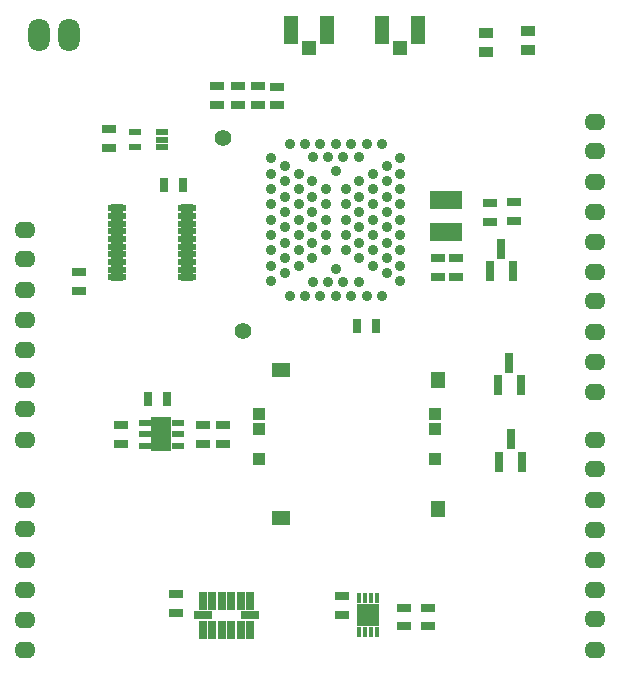
<source format=gts>
G04*
G04 #@! TF.GenerationSoftware,Altium Limited,Altium Designer,22.10.1 (41)*
G04*
G04 Layer_Color=8388736*
%FSLAX44Y44*%
%MOMM*%
G71*
G04*
G04 #@! TF.SameCoordinates,CF2D2C2D-E053-46F7-9F59-BE4F3A44D851*
G04*
G04*
G04 #@! TF.FilePolarity,Negative*
G04*
G01*
G75*
%ADD37R,1.6932X2.8532*%
%ADD38R,1.1032X0.6032*%
%ADD39R,1.1532X0.8032*%
%ADD40R,0.4532X0.9532*%
%ADD41R,1.8332X1.8332*%
%ADD42R,1.1532X1.4032*%
%ADD43R,1.6032X1.1532*%
%ADD44R,1.1032X1.0032*%
%ADD45R,1.6032X0.7032*%
%ADD46R,0.7032X1.6032*%
%ADD47C,0.9032*%
%ADD48R,0.8032X1.1532*%
%ADD49C,1.4032*%
%ADD50R,1.2032X2.4032*%
%ADD51R,1.2032X1.2032*%
%ADD52R,1.1532X0.9032*%
%ADD53R,0.7532X1.7032*%
%ADD54O,1.6032X0.6532*%
%ADD55R,2.7032X1.5532*%
%ADD56O,1.8032X1.4032*%
%ADD57O,1.8032X2.8032*%
%ADD58C,0.7032*%
D37*
X140337Y227184D02*
D03*
D38*
X154288Y217684D02*
D03*
Y227184D02*
D03*
Y236684D02*
D03*
X126388Y217684D02*
D03*
Y227184D02*
D03*
Y236684D02*
D03*
X118138Y470280D02*
D03*
Y483280D02*
D03*
X140638D02*
D03*
Y476780D02*
D03*
Y470280D02*
D03*
D39*
X105944Y235184D02*
D03*
Y219184D02*
D03*
X70787Y365030D02*
D03*
Y349030D02*
D03*
X153000Y76000D02*
D03*
Y92000D02*
D03*
X366081Y80647D02*
D03*
Y64647D02*
D03*
X345581Y80647D02*
D03*
Y64647D02*
D03*
X293000Y90000D02*
D03*
Y74000D02*
D03*
X193000Y235000D02*
D03*
Y219000D02*
D03*
X96461Y485780D02*
D03*
Y469780D02*
D03*
X389669Y376530D02*
D03*
Y360530D02*
D03*
X374669Y376780D02*
D03*
Y360780D02*
D03*
X188000Y522000D02*
D03*
Y506000D02*
D03*
X205669Y506425D02*
D03*
Y522425D02*
D03*
X222669D02*
D03*
Y506425D02*
D03*
X238669Y521768D02*
D03*
Y505768D02*
D03*
X418918Y407030D02*
D03*
Y423030D02*
D03*
X439418Y408010D02*
D03*
Y424010D02*
D03*
X176000Y219000D02*
D03*
Y235000D02*
D03*
D40*
X307875Y59650D02*
D03*
X312875D02*
D03*
X317875D02*
D03*
X322875D02*
D03*
X307875Y88950D02*
D03*
X312875D02*
D03*
X317875D02*
D03*
X322875D02*
D03*
D41*
X315375Y74300D02*
D03*
D42*
X374869Y273003D02*
D03*
Y164503D02*
D03*
D43*
X241769Y156203D02*
D03*
Y281403D02*
D03*
D44*
X372569Y244503D02*
D03*
Y232103D02*
D03*
Y206703D02*
D03*
X223169D02*
D03*
Y232103D02*
D03*
Y244503D02*
D03*
D45*
X215281Y74300D02*
D03*
X175881D02*
D03*
D46*
X175581Y86550D02*
D03*
X183581D02*
D03*
X215581D02*
D03*
X207581D02*
D03*
X199581D02*
D03*
X191581D02*
D03*
X199581Y62050D02*
D03*
X191581D02*
D03*
X183581D02*
D03*
X175581D02*
D03*
X207581D02*
D03*
X215581D02*
D03*
D47*
X288169Y367530D02*
D03*
Y450530D02*
D03*
X233668Y357030D02*
D03*
Y370030D02*
D03*
Y383030D02*
D03*
Y396030D02*
D03*
Y409030D02*
D03*
Y422030D02*
D03*
Y435030D02*
D03*
Y448030D02*
D03*
Y461030D02*
D03*
X331169Y363530D02*
D03*
Y376530D02*
D03*
Y389530D02*
D03*
Y402530D02*
D03*
Y415530D02*
D03*
Y428530D02*
D03*
Y441530D02*
D03*
Y454530D02*
D03*
X245168Y363530D02*
D03*
Y376530D02*
D03*
Y389530D02*
D03*
Y402530D02*
D03*
Y415530D02*
D03*
Y428530D02*
D03*
Y441530D02*
D03*
Y454530D02*
D03*
X319669Y370030D02*
D03*
Y383030D02*
D03*
Y396030D02*
D03*
Y409030D02*
D03*
Y422030D02*
D03*
Y435030D02*
D03*
Y448030D02*
D03*
X256668Y370030D02*
D03*
Y383030D02*
D03*
Y396030D02*
D03*
Y409030D02*
D03*
Y422030D02*
D03*
Y435030D02*
D03*
Y448030D02*
D03*
X308169Y376530D02*
D03*
Y389530D02*
D03*
Y402530D02*
D03*
Y415530D02*
D03*
Y428530D02*
D03*
Y441530D02*
D03*
X268169Y376530D02*
D03*
Y389530D02*
D03*
Y402530D02*
D03*
Y415530D02*
D03*
Y428530D02*
D03*
Y441530D02*
D03*
X296668Y383030D02*
D03*
Y396030D02*
D03*
Y409030D02*
D03*
Y422030D02*
D03*
Y435030D02*
D03*
X279669Y383030D02*
D03*
Y396030D02*
D03*
Y409030D02*
D03*
Y422030D02*
D03*
Y435030D02*
D03*
X342668Y461030D02*
D03*
Y448030D02*
D03*
Y435030D02*
D03*
Y422030D02*
D03*
Y409030D02*
D03*
Y396030D02*
D03*
Y383030D02*
D03*
Y370030D02*
D03*
Y357030D02*
D03*
X307668Y462030D02*
D03*
X294669D02*
D03*
X281669D02*
D03*
X268669D02*
D03*
X307668Y356030D02*
D03*
X294669D02*
D03*
X281669D02*
D03*
X268669D02*
D03*
X327169Y473530D02*
D03*
X314168D02*
D03*
X301168D02*
D03*
X288169D02*
D03*
X275168D02*
D03*
X262169D02*
D03*
X249168D02*
D03*
X327169Y344530D02*
D03*
X314168D02*
D03*
X301168D02*
D03*
X288169D02*
D03*
X275168D02*
D03*
X262169D02*
D03*
X249168D02*
D03*
D48*
X145455Y257250D02*
D03*
X129455D02*
D03*
X159137Y438280D02*
D03*
X143138D02*
D03*
X322169Y319030D02*
D03*
X306168D02*
D03*
D49*
X209919Y314780D02*
D03*
X192920Y477780D02*
D03*
D50*
X280418Y569780D02*
D03*
X250418D02*
D03*
X327668Y569530D02*
D03*
X357668D02*
D03*
D51*
X265418Y554780D02*
D03*
X342668Y554530D02*
D03*
D52*
X415587Y551058D02*
D03*
Y567058D02*
D03*
X450837Y552696D02*
D03*
Y568696D02*
D03*
D53*
X418918Y365210D02*
D03*
X437919D02*
D03*
X428419Y384210D02*
D03*
X436169Y223030D02*
D03*
X445668Y204030D02*
D03*
X426669D02*
D03*
X435168Y288030D02*
D03*
X444669Y269030D02*
D03*
X425668D02*
D03*
D54*
X162138Y360280D02*
D03*
Y366780D02*
D03*
Y373280D02*
D03*
Y379780D02*
D03*
Y386280D02*
D03*
Y392780D02*
D03*
Y399280D02*
D03*
Y405780D02*
D03*
Y412280D02*
D03*
Y418780D02*
D03*
X103138Y360280D02*
D03*
Y366780D02*
D03*
Y373280D02*
D03*
Y379780D02*
D03*
Y386280D02*
D03*
Y392780D02*
D03*
Y399280D02*
D03*
Y405780D02*
D03*
Y412280D02*
D03*
Y418780D02*
D03*
D55*
X381418Y398280D02*
D03*
Y425780D02*
D03*
D56*
X25400Y45000D02*
D03*
Y121200D02*
D03*
Y147000D02*
D03*
Y172000D02*
D03*
Y95800D02*
D03*
Y70400D02*
D03*
Y299000D02*
D03*
Y324400D02*
D03*
Y400600D02*
D03*
Y375600D02*
D03*
Y349800D02*
D03*
Y222800D02*
D03*
Y248600D02*
D03*
Y273600D02*
D03*
X508000Y263500D02*
D03*
Y288900D02*
D03*
Y365100D02*
D03*
Y340100D02*
D03*
Y314300D02*
D03*
Y441300D02*
D03*
Y467100D02*
D03*
Y492100D02*
D03*
Y415900D02*
D03*
Y390500D02*
D03*
Y121200D02*
D03*
Y146600D02*
D03*
Y222800D02*
D03*
Y197800D02*
D03*
Y172000D02*
D03*
Y45000D02*
D03*
Y70800D02*
D03*
Y95800D02*
D03*
D57*
X37000Y565000D02*
D03*
X62000D02*
D03*
D58*
X310375Y69300D02*
D03*
Y79300D02*
D03*
X320375Y69300D02*
D03*
Y79300D02*
D03*
M02*

</source>
